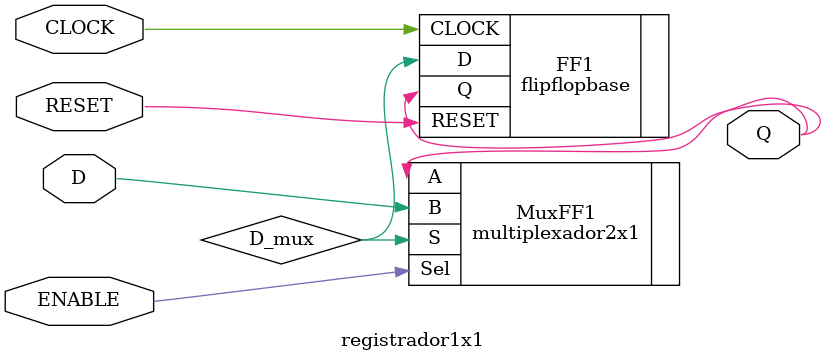
<source format=v>
module registrador1x1 (
    input CLOCK, RESET, ENABLE,
    input D,
    output Q
);
    wire D_mux;
    
    // MUX 2x1 para selecionar entrada do flip-flop
    // Se ENABLE=1: carrega novo valor (D)
    // Se ENABLE=0: realimenta valor anterior (Q)
    
    multiplexador2x1 MuxFF1 (
        .S(D_mux),
        .Sel(ENABLE),
        .A(Q),      // Se ENABLE=0: mantém Q
        .B(D)       // Se ENABLE=1: carrega D
    );
    
    flipflopbase FF1 (
        .Q(Q),
        .D(D_mux),
        .CLOCK(CLOCK),
        .RESET(RESET)
    );
endmodule
</source>
